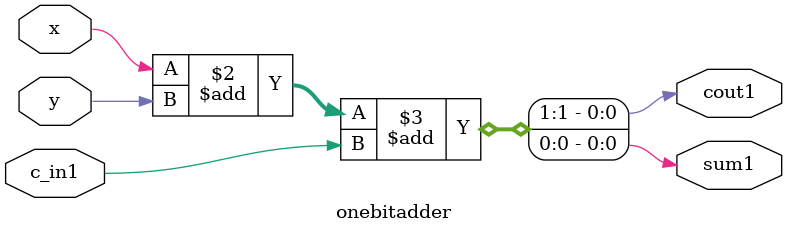
<source format=v>
`timescale 1ns / 1ps


module onebitadder(
    input [0:0] x,  //onebit input
    input [0:0] y,  // onebit input
    input [0:0] c_in1, //cin 
    output [0:0] sum1, // one bit sum
    output [0:0] cout1 // onebit carryout
    );
    reg sum1, cout1 ;
    always @(*)

    {cout1, sum1}= x+y+c_in1 ;
endmodule


</source>
